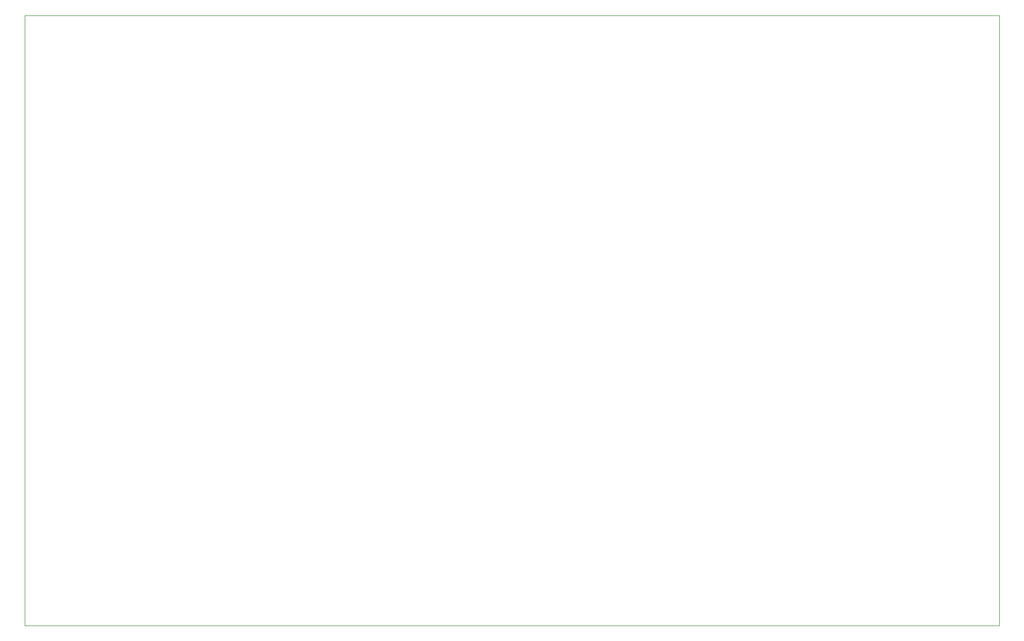
<source format=gbr>
%TF.GenerationSoftware,KiCad,Pcbnew,(6.0.4)*%
%TF.CreationDate,2022-09-27T18:30:23+02:00*%
%TF.ProjectId,Z80,5a38302e-6b69-4636-9164-5f7063625858,rev?*%
%TF.SameCoordinates,Original*%
%TF.FileFunction,Profile,NP*%
%FSLAX46Y46*%
G04 Gerber Fmt 4.6, Leading zero omitted, Abs format (unit mm)*
G04 Created by KiCad (PCBNEW (6.0.4)) date 2022-09-27 18:30:23*
%MOMM*%
%LPD*%
G01*
G04 APERTURE LIST*
%TA.AperFunction,Profile*%
%ADD10C,0.100000*%
%TD*%
G04 APERTURE END LIST*
D10*
X198120000Y-139700000D02*
X198120000Y-39370000D01*
X38100000Y-139700000D02*
X198120000Y-139700000D01*
X38100000Y-39370000D02*
X38100000Y-139700000D01*
X198120000Y-39370000D02*
X38100000Y-39370000D01*
M02*

</source>
